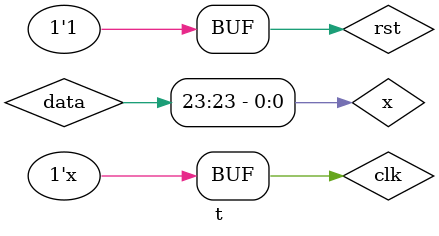
<source format=v>

`timescale 1ns/1ns 
 
module t; 
reg clk, rst; 
reg [23:0] data; 
wire z,x; 
assign x=data[23]; 
 
initial 
 begin 
  clk<=0; 
  rst<=1; 
  #2 rst<=0; 
  #30 rst<=1;  //¸´Î»ÐÅºÅ 
  data='b1100_1001_0000_1001_0100; //ÂëÁ÷Êý¾Ý 
 end 
 
always #10 clk=~clk; //Ê±ÖÓÐÅºÅ 
always @ (posedge clk) // ÒÆÎ»Êä³öÂëÁ÷ 
  data={data[22:0],data[23]}; 
  

seqdet m ( .x(x), .z(z), .clk(clk), .rst(rst)); //µ÷ÓÃÐòÁÐ¼ì²âÆ÷Ä£¿é 
 
// Enter fixture code here 
 
endmodule // t   
</source>
